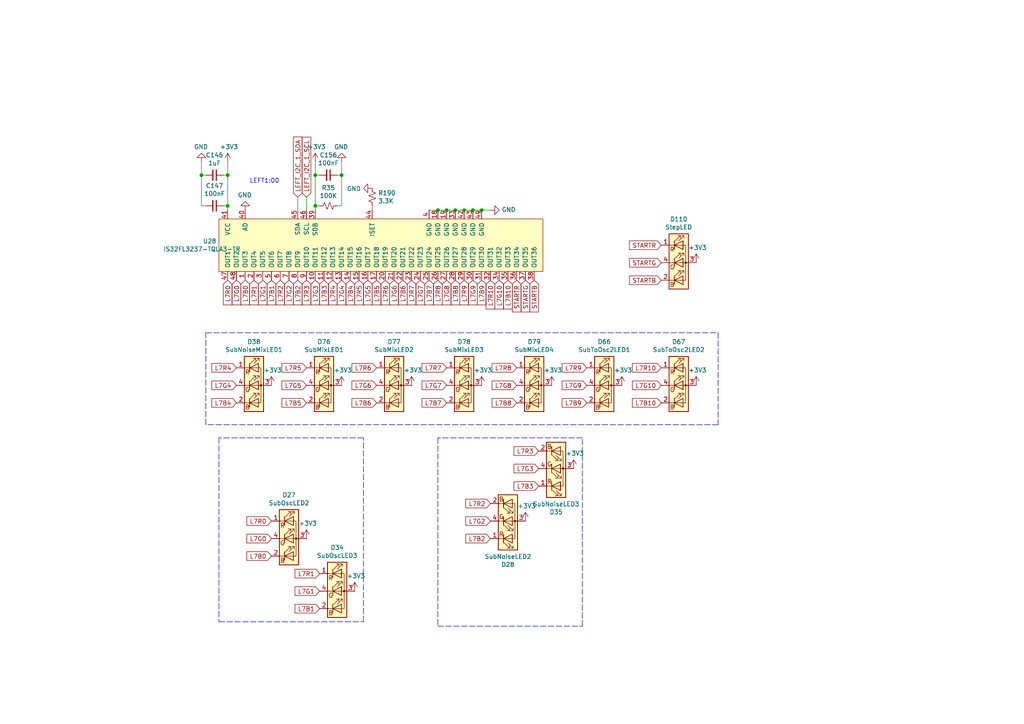
<source format=kicad_sch>
(kicad_sch (version 20210621) (generator eeschema)
  (paper "A4")
  (lib_symbols
    (symbol "Device:C_Small" (pin_numbers hide) (pin_names (offset 0.254) hide)
      (property "Reference" "C" (at 0.254 1.778 0))
      (property "Value" "C_Small" (at 0.254 -2.032 0))
      (symbol "C_Small_0_1"
        (polyline (pts (xy -1.524 -0.508) (xy 1.524 -0.508)) (stroke (width 0.3302)))
        (polyline (pts (xy -1.524 0.508) (xy 1.524 0.508)) (stroke (width 0.3048)))
      )
      (symbol "C_Small_1_1"
        (pin passive line (at 0 2.54 270) (length 2.032) (name "~") (number "1"))
        (pin passive line (at 0 -2.54 90) (length 2.032) (name "~") (number "2"))
      )
    )
    (symbol "Device:R_Small_US" (pin_numbers hide) (pin_names (offset 0.254) hide)
      (property "Reference" "R" (at 0.762 0.508 0))
      (property "Value" "R_Small_US" (at 0.762 -1.016 0))
      (symbol "R_Small_US_1_1"
        (polyline (pts (xy 0 0) (xy 1.016 -0.381) (xy 0 -0.762) (xy -1.016 -1.143) (xy 0 -1.524)))
        (polyline (pts (xy 0 1.524) (xy 1.016 1.143) (xy 0 0.762) (xy -1.016 0.381) (xy 0 0)))
        (pin passive line (at 0 2.54 270) (length 1.016) (name "~") (number "1"))
        (pin passive line (at 0 -2.54 90) (length 1.016) (name "~") (number "2"))
      )
    )
    (symbol "IS32FL3237:IS32FL3237-TQLA3-TR" (pin_names (offset 1.016))
      (property "Reference" "U" (at 0 0 0))
      (property "Value" "IS32FL3237-TQLA3-TR" (at 0 0 0))
      (symbol "IS32FL3237-TQLA3-TR_0_1"
        (rectangle (start -7.62 -2.54) (end 7.62 -96.52) (fill (type background)))
      )
      (symbol "IS32FL3237-TQLA3-TR_1_1"
        (pin output line (at 10.16 -10.16 180) (length 2.54) (name "OUT3") (number "1"))
        (pin output line (at 10.16 -30.48 180) (length 2.54) (name "OUT11") (number "10"))
        (pin output line (at 10.16 -33.02 180) (length 2.54) (name "OUT12") (number "11"))
        (pin output line (at 10.16 -35.56 180) (length 2.54) (name "OUT13") (number "12"))
        (pin output line (at 10.16 -38.1 180) (length 2.54) (name "OUT14") (number "13"))
        (pin output line (at 10.16 -40.64 180) (length 2.54) (name "OUT15") (number "14"))
        (pin output line (at 10.16 -43.18 180) (length 2.54) (name "OUT16") (number "15"))
        (pin output line (at 10.16 -45.72 180) (length 2.54) (name "OUT17") (number "16"))
        (pin output line (at 10.16 -48.26 180) (length 2.54) (name "OUT18") (number "17"))
        (pin power_in line (at -10.16 -66.04 0) (length 2.54) (name "GND") (number "18"))
        (pin power_in line (at -10.16 -68.58 0) (length 2.54) (name "GND") (number "19"))
        (pin output line (at 10.16 -12.7 180) (length 2.54) (name "OUT4") (number "2"))
        (pin output line (at 10.16 -50.8 180) (length 2.54) (name "OUT19") (number "20"))
        (pin output line (at 10.16 -53.34 180) (length 2.54) (name "OUT20") (number "21"))
        (pin output line (at 10.16 -55.88 180) (length 2.54) (name "OUT21") (number "22"))
        (pin output line (at 10.16 -58.42 180) (length 2.54) (name "OUT22") (number "23"))
        (pin output line (at 10.16 -60.96 180) (length 2.54) (name "OUT23") (number "24"))
        (pin output line (at 10.16 -63.5 180) (length 2.54) (name "OUT24") (number "25"))
        (pin output line (at 10.16 -66.04 180) (length 2.54) (name "OUT25") (number "26"))
        (pin output line (at 10.16 -68.58 180) (length 2.54) (name "OUT26") (number "27"))
        (pin output line (at 10.16 -71.12 180) (length 2.54) (name "OUT27") (number "28"))
        (pin output line (at 10.16 -73.66 180) (length 2.54) (name "OUT28") (number "29"))
        (pin output line (at 10.16 -15.24 180) (length 2.54) (name "OUT5") (number "3"))
        (pin output line (at 10.16 -76.2 180) (length 2.54) (name "OUT29") (number "30"))
        (pin output line (at 10.16 -78.74 180) (length 2.54) (name "OUT30") (number "31"))
        (pin output line (at 10.16 -81.28 180) (length 2.54) (name "OUT31") (number "32"))
        (pin power_in line (at -10.16 -71.12 0) (length 2.54) (name "GND") (number "33"))
        (pin output line (at 10.16 -83.82 180) (length 2.54) (name "OUT32") (number "34"))
        (pin output line (at 10.16 -86.36 180) (length 2.54) (name "OUT33") (number "35"))
        (pin output line (at 10.16 -88.9 180) (length 2.54) (name "OUT34") (number "36"))
        (pin output line (at 10.16 -91.44 180) (length 2.54) (name "OUT35") (number "37"))
        (pin output line (at 10.16 -93.98 180) (length 2.54) (name "OUT36") (number "38"))
        (pin input line (at -10.16 -30.48 0) (length 2.54) (name "SDB") (number "39"))
        (pin power_in line (at -10.16 -63.5 0) (length 2.54) (name "GND") (number "4"))
        (pin input line (at -10.16 -10.16 0) (length 2.54) (name "AD") (number "40"))
        (pin power_in line (at -10.16 -5.08 0) (length 2.54) (name "VCC") (number "41"))
        (pin power_in line (at -10.16 -73.66 0) (length 2.54) (name "GND") (number "42"))
        (pin power_in line (at -10.16 -76.2 0) (length 2.54) (name "GND") (number "43"))
        (pin input line (at -10.16 -46.99 0) (length 2.54) (name "ISET") (number "44"))
        (pin input line (at -10.16 -25.4 0) (length 2.54) (name "SDA") (number "45"))
        (pin input line (at -10.16 -27.94 0) (length 2.54) (name "SCL") (number "46"))
        (pin output line (at 10.16 -5.08 180) (length 2.54) (name "OUT1") (number "47"))
        (pin output line (at 10.16 -7.62 180) (length 2.54) (name "OUT2") (number "48"))
        (pin power_in line (at -10.16 -78.74 0) (length 2.54) (name "GND") (number "49"))
        (pin output line (at 10.16 -17.78 180) (length 2.54) (name "OUT6") (number "5"))
        (pin output line (at 10.16 -20.32 180) (length 2.54) (name "OUT7") (number "6"))
        (pin output line (at 10.16 -22.86 180) (length 2.54) (name "OUT8") (number "7"))
        (pin output line (at 10.16 -25.4 180) (length 2.54) (name "OUT9") (number "8"))
        (pin output line (at 10.16 -27.94 180) (length 2.54) (name "OUT10") (number "9"))
      )
    )
    (symbol "fm-b2020rgba-hg:FM-B2020RGBA-HG" (pin_names (offset 0) hide)
      (property "Reference" "D" (at 0 9.398 0))
      (property "Value" "FM-B2020RGBA-HG" (at 0 -8.89 0))
      (symbol "FM-B2020RGBA-HG_0_0"
        (text "B" (at -1.905 -6.35 0) (effects (font (size 1.27 1.27))))
        (text "G" (at -1.905 -1.27 0) (effects (font (size 1.27 1.27))))
        (text "R" (at -1.905 3.81 0) (effects (font (size 1.27 1.27))))
      )
      (symbol "FM-B2020RGBA-HG_0_1"
        (circle (center 2.032 0) (radius 0.254) (fill (type outline)))
        (rectangle (start 1.27 -1.27) (end 1.27 1.27))
        (rectangle (start 1.27 1.27) (end 1.27 1.27))
        (rectangle (start 1.27 3.81) (end 1.27 6.35))
        (rectangle (start 1.27 6.35) (end 1.27 6.35))
        (rectangle (start 2.794 8.382) (end -2.794 -7.62) (stroke (width 0.254)) (fill (type background)))
        (polyline (pts (xy -1.27 -5.08) (xy -2.54 -5.08)))
        (polyline (pts (xy -1.27 -5.08) (xy 1.27 -5.08)))
        (polyline (pts (xy -1.27 -3.81) (xy -1.27 -6.35)))
        (polyline (pts (xy -1.27 -3.81) (xy -1.27 -6.35)) (stroke (width 0.2032)))
        (polyline (pts (xy -1.27 0) (xy -2.54 0)))
        (polyline (pts (xy -1.27 0) (xy 1.27 0)))
        (polyline (pts (xy -1.27 1.27) (xy -1.27 -1.27)) (stroke (width 0.2032)))
        (polyline (pts (xy -1.27 5.08) (xy -2.54 5.08)))
        (polyline (pts (xy -1.27 6.35) (xy -1.27 3.81)) (stroke (width 0.2032)))
        (polyline (pts (xy 1.27 0) (xy 2.54 0)))
        (polyline (pts (xy 1.27 5.08) (xy -1.27 5.08)))
        (polyline (pts (xy -1.27 1.27) (xy -1.27 -1.27) (xy -1.27 -1.27)))
        (polyline (pts (xy -1.27 6.35) (xy -1.27 3.81) (xy -1.27 3.81)))
        (polyline (pts (xy 1.27 -5.08) (xy 2.032 -5.08) (xy 2.032 5.08) (xy 1.27 5.08)))
        (polyline (pts (xy 1.27 -3.81) (xy 1.27 -6.35) (xy -1.27 -5.08) (xy 1.27 -3.81)) (stroke (width 0.2032)))
        (polyline (pts (xy 1.27 1.27) (xy 1.27 -1.27) (xy -1.27 0) (xy 1.27 1.27)) (stroke (width 0.2032)))
        (polyline (pts (xy 1.27 6.35) (xy 1.27 3.81) (xy -1.27 5.08) (xy 1.27 6.35)) (stroke (width 0.2032)))
        (polyline (pts (xy -1.016 -3.81) (xy 0.508 -2.286) (xy -0.254 -2.286) (xy 0.508 -2.286) (xy 0.508 -3.048)))
        (polyline (pts (xy -1.016 1.27) (xy 0.508 2.794) (xy -0.254 2.794) (xy 0.508 2.794) (xy 0.508 2.032)))
        (polyline (pts (xy -1.016 6.35) (xy 0.508 7.874) (xy -0.254 7.874) (xy 0.508 7.874) (xy 0.508 7.112)))
        (polyline (pts (xy 0 -3.81) (xy 1.524 -2.286) (xy 0.762 -2.286) (xy 1.524 -2.286) (xy 1.524 -3.048)))
        (polyline (pts (xy 0 1.27) (xy 1.524 2.794) (xy 0.762 2.794) (xy 1.524 2.794) (xy 1.524 2.032)))
        (polyline (pts (xy 0 6.35) (xy 1.524 7.874) (xy 0.762 7.874) (xy 1.524 7.874) (xy 1.524 7.112)))
      )
      (symbol "FM-B2020RGBA-HG_1_1"
        (pin passive line (at -5.08 5.08 0) (length 2.54) (name "R-") (number "1"))
        (pin passive line (at -5.08 -5.08 0) (length 2.54) (name "B-") (number "2"))
        (pin passive line (at 5.08 0 180) (length 2.54) (name "+") (number "3"))
        (pin passive line (at -5.08 0 0) (length 2.54) (name "G-") (number "4"))
      )
    )
    (symbol "power:+3.3V" (power) (pin_names (offset 0))
      (property "Value" "+3.3V" (at 0 3.556 0))
      (symbol "+3.3V_0_1"
        (polyline (pts (xy -0.762 1.27) (xy 0 2.54)))
        (polyline (pts (xy 0 0) (xy 0 2.54)))
        (polyline (pts (xy 0 2.54) (xy 0.762 1.27)))
      )
      (symbol "+3.3V_1_1"
        (pin power_in line (at 0 0 90) (length 0) hide (name "+3V3") (number "1"))
      )
    )
    (symbol "power:GND" (power) (pin_names (offset 0))
      (property "Value" "GND" (at 0 -3.81 0))
      (symbol "GND_0_1"
        (polyline (pts (xy 0 0) (xy 0 -1.27) (xy 1.27 -1.27) (xy 0 -2.54) (xy -1.27 -1.27) (xy 0 -1.27)))
      )
      (symbol "GND_1_1"
        (pin power_in line (at 0 0 270) (length 0) hide (name "GND") (number "1"))
      )
    )
  )
  (junction (at 58.42 50.8))
  (junction (at 66.04 50.8))
  (junction (at 66.04 59.69))
  (junction (at 91.44 50.8))
  (junction (at 91.44 59.69))
  (junction (at 99.06 50.8))
  (junction (at 127 60.96))
  (junction (at 129.54 60.96))
  (junction (at 132.08 60.96))
  (junction (at 134.62 60.96))
  (junction (at 137.16 60.96))
  (junction (at 139.7 60.96))
  (wire (pts (xy 58.42 46.99) (xy 58.42 50.8)))
  (wire (pts (xy 58.42 50.8) (xy 58.42 59.69)))
  (wire (pts (xy 58.42 59.69) (xy 59.69 59.69)))
  (wire (pts (xy 59.69 50.8) (xy 58.42 50.8)))
  (wire (pts (xy 64.77 50.8) (xy 66.04 50.8)))
  (wire (pts (xy 64.77 59.69) (xy 66.04 59.69)))
  (wire (pts (xy 66.04 46.99) (xy 66.04 50.8)))
  (wire (pts (xy 66.04 50.8) (xy 66.04 59.69)))
  (wire (pts (xy 66.04 59.69) (xy 66.04 60.96)))
  (wire (pts (xy 86.36 57.15) (xy 86.36 60.96)))
  (wire (pts (xy 88.9 57.15) (xy 88.9 60.96)))
  (wire (pts (xy 91.44 46.99) (xy 91.44 50.8)))
  (wire (pts (xy 91.44 50.8) (xy 91.44 59.69)))
  (wire (pts (xy 91.44 59.69) (xy 91.44 60.96)))
  (wire (pts (xy 92.71 50.8) (xy 91.44 50.8)))
  (wire (pts (xy 92.71 59.69) (xy 91.44 59.69)))
  (wire (pts (xy 97.79 50.8) (xy 99.06 50.8)))
  (wire (pts (xy 99.06 46.99) (xy 99.06 50.8)))
  (wire (pts (xy 99.06 50.8) (xy 99.06 59.69)))
  (wire (pts (xy 99.06 59.69) (xy 97.79 59.69)))
  (wire (pts (xy 107.95 59.69) (xy 107.95 60.96)))
  (wire (pts (xy 127 60.96) (xy 124.46 60.96)))
  (wire (pts (xy 129.54 60.96) (xy 127 60.96)))
  (wire (pts (xy 132.08 60.96) (xy 129.54 60.96)))
  (wire (pts (xy 134.62 60.96) (xy 132.08 60.96)))
  (wire (pts (xy 137.16 60.96) (xy 134.62 60.96)))
  (wire (pts (xy 139.7 60.96) (xy 137.16 60.96)))
  (wire (pts (xy 142.24 60.96) (xy 139.7 60.96)))
  (polyline (pts (xy 59.69 96.52) (xy 208.28 96.52)))
  (polyline (pts (xy 59.69 123.19) (xy 59.69 96.52)))
  (polyline (pts (xy 63.5 127) (xy 63.5 180.34)))
  (polyline (pts (xy 63.5 180.34) (xy 105.41 180.34)))
  (polyline (pts (xy 105.41 127) (xy 63.5 127)))
  (polyline (pts (xy 105.41 180.34) (xy 105.41 127)))
  (polyline (pts (xy 127 127) (xy 127 181.61)))
  (polyline (pts (xy 127 181.61) (xy 168.91 181.61)))
  (polyline (pts (xy 168.91 127) (xy 127 127)))
  (polyline (pts (xy 168.91 181.61) (xy 168.91 127)))
  (polyline (pts (xy 208.28 96.52) (xy 208.28 123.19)))
  (polyline (pts (xy 208.28 123.19) (xy 59.69 123.19)))
  (text "LEFT1:00" (at 72.39 53.34 0) (effects (font (size 1.27 1.27)) (justify left bottom)))
  (global_label "L7R0" (shape input) (at 66.04 81.28 270) (property "Intersheet References" "${INTERSHEET_REFS}" (effects hide)))
  (global_label "L7G0" (shape input) (at 68.58 81.28 270) (property "Intersheet References" "${INTERSHEET_REFS}" (effects hide)))
  (global_label "L7R4" (shape input) (at 68.58 106.68 180) (property "Intersheet References" "${INTERSHEET_REFS}" (effects hide)))
  (global_label "L7G4" (shape input) (at 68.58 111.76 180) (property "Intersheet References" "${INTERSHEET_REFS}" (effects hide)))
  (global_label "L7B4" (shape input) (at 68.58 116.84 180) (property "Intersheet References" "${INTERSHEET_REFS}" (effects hide)))
  (global_label "L7B0" (shape input) (at 71.12 81.28 270) (property "Intersheet References" "${INTERSHEET_REFS}" (effects hide)))
  (global_label "L7R1" (shape input) (at 73.66 81.28 270) (property "Intersheet References" "${INTERSHEET_REFS}" (effects hide)))
  (global_label "L7G1" (shape input) (at 76.2 81.28 270) (property "Intersheet References" "${INTERSHEET_REFS}" (effects hide)))
  (global_label "L7B1" (shape input) (at 78.74 81.28 270) (property "Intersheet References" "${INTERSHEET_REFS}" (effects hide)))
  (global_label "L7R0" (shape input) (at 78.74 151.13 180) (property "Intersheet References" "${INTERSHEET_REFS}" (effects hide)))
  (global_label "L7G0" (shape input) (at 78.74 156.21 180) (property "Intersheet References" "${INTERSHEET_REFS}" (effects hide)))
  (global_label "L7B0" (shape input) (at 78.74 161.29 180) (property "Intersheet References" "${INTERSHEET_REFS}" (effects hide)))
  (global_label "L7R2" (shape input) (at 81.28 81.28 270) (property "Intersheet References" "${INTERSHEET_REFS}" (effects hide)))
  (global_label "L7G2" (shape input) (at 83.82 81.28 270) (property "Intersheet References" "${INTERSHEET_REFS}" (effects hide)))
  (global_label "LEFT_I2C_1_SDA" (shape input) (at 86.36 57.15 90) (property "Intersheet References" "${INTERSHEET_REFS}" (effects hide)))
  (global_label "L7B2" (shape input) (at 86.36 81.28 270) (property "Intersheet References" "${INTERSHEET_REFS}" (effects hide)))
  (global_label "LEFT_I2C_1_SCL" (shape input) (at 88.9 57.15 90) (property "Intersheet References" "${INTERSHEET_REFS}" (effects hide)))
  (global_label "L7R3" (shape input) (at 88.9 81.28 270) (property "Intersheet References" "${INTERSHEET_REFS}" (effects hide)))
  (global_label "L7R5" (shape input) (at 88.9 106.68 180) (property "Intersheet References" "${INTERSHEET_REFS}" (effects hide)))
  (global_label "L7G5" (shape input) (at 88.9 111.76 180) (property "Intersheet References" "${INTERSHEET_REFS}" (effects hide)))
  (global_label "L7B5" (shape input) (at 88.9 116.84 180) (property "Intersheet References" "${INTERSHEET_REFS}" (effects hide)))
  (global_label "L7G3" (shape input) (at 91.44 81.28 270) (property "Intersheet References" "${INTERSHEET_REFS}" (effects hide)))
  (global_label "L7R1" (shape input) (at 92.71 166.37 180) (property "Intersheet References" "${INTERSHEET_REFS}" (effects hide)))
  (global_label "L7G1" (shape input) (at 92.71 171.45 180) (property "Intersheet References" "${INTERSHEET_REFS}" (effects hide)))
  (global_label "L7B1" (shape input) (at 92.71 176.53 180) (property "Intersheet References" "${INTERSHEET_REFS}" (effects hide)))
  (global_label "L7B3" (shape input) (at 93.98 81.28 270) (property "Intersheet References" "${INTERSHEET_REFS}" (effects hide)))
  (global_label "L7R4" (shape input) (at 96.52 81.28 270) (property "Intersheet References" "${INTERSHEET_REFS}" (effects hide)))
  (global_label "L7G4" (shape input) (at 99.06 81.28 270) (property "Intersheet References" "${INTERSHEET_REFS}" (effects hide)))
  (global_label "L7B4" (shape input) (at 101.6 81.28 270) (property "Intersheet References" "${INTERSHEET_REFS}" (effects hide)))
  (global_label "L7R5" (shape input) (at 104.14 81.28 270) (property "Intersheet References" "${INTERSHEET_REFS}" (effects hide)))
  (global_label "L7G5" (shape input) (at 106.68 81.28 270) (property "Intersheet References" "${INTERSHEET_REFS}" (effects hide)))
  (global_label "L7B5" (shape input) (at 109.22 81.28 270) (property "Intersheet References" "${INTERSHEET_REFS}" (effects hide)))
  (global_label "L7R6" (shape input) (at 109.22 106.68 180) (property "Intersheet References" "${INTERSHEET_REFS}" (effects hide)))
  (global_label "L7G6" (shape input) (at 109.22 111.76 180) (property "Intersheet References" "${INTERSHEET_REFS}" (effects hide)))
  (global_label "L7B6" (shape input) (at 109.22 116.84 180) (property "Intersheet References" "${INTERSHEET_REFS}" (effects hide)))
  (global_label "L7R6" (shape input) (at 111.76 81.28 270) (property "Intersheet References" "${INTERSHEET_REFS}" (effects hide)))
  (global_label "L7G6" (shape input) (at 114.3 81.28 270) (property "Intersheet References" "${INTERSHEET_REFS}" (effects hide)))
  (global_label "L7B6" (shape input) (at 116.84 81.28 270) (property "Intersheet References" "${INTERSHEET_REFS}" (effects hide)))
  (global_label "L7R7" (shape input) (at 119.38 81.28 270) (property "Intersheet References" "${INTERSHEET_REFS}" (effects hide)))
  (global_label "L7G7" (shape input) (at 121.92 81.28 270) (property "Intersheet References" "${INTERSHEET_REFS}" (effects hide)))
  (global_label "L7B7" (shape input) (at 124.46 81.28 270) (property "Intersheet References" "${INTERSHEET_REFS}" (effects hide)))
  (global_label "L7R8" (shape input) (at 127 81.28 270) (property "Intersheet References" "${INTERSHEET_REFS}" (effects hide)))
  (global_label "L7G8" (shape input) (at 129.54 81.28 270) (property "Intersheet References" "${INTERSHEET_REFS}" (effects hide)))
  (global_label "L7R7" (shape input) (at 129.54 106.68 180) (property "Intersheet References" "${INTERSHEET_REFS}" (effects hide)))
  (global_label "L7G7" (shape input) (at 129.54 111.76 180) (property "Intersheet References" "${INTERSHEET_REFS}" (effects hide)))
  (global_label "L7B7" (shape input) (at 129.54 116.84 180) (property "Intersheet References" "${INTERSHEET_REFS}" (effects hide)))
  (global_label "L7B8" (shape input) (at 132.08 81.28 270) (property "Intersheet References" "${INTERSHEET_REFS}" (effects hide)))
  (global_label "L7R9" (shape input) (at 134.62 81.28 270) (property "Intersheet References" "${INTERSHEET_REFS}" (effects hide)))
  (global_label "L7G9" (shape input) (at 137.16 81.28 270) (property "Intersheet References" "${INTERSHEET_REFS}" (effects hide)))
  (global_label "L7B9" (shape input) (at 139.7 81.28 270) (property "Intersheet References" "${INTERSHEET_REFS}" (effects hide)))
  (global_label "L7R10" (shape input) (at 142.24 81.28 270) (property "Intersheet References" "${INTERSHEET_REFS}" (effects hide)))
  (global_label "L7R2" (shape input) (at 142.24 146.05 180) (property "Intersheet References" "${INTERSHEET_REFS}" (effects hide)))
  (global_label "L7G2" (shape input) (at 142.24 151.13 180) (property "Intersheet References" "${INTERSHEET_REFS}" (effects hide)))
  (global_label "L7B2" (shape input) (at 142.24 156.21 180) (property "Intersheet References" "${INTERSHEET_REFS}" (effects hide)))
  (global_label "L7G10" (shape input) (at 144.78 81.28 270) (property "Intersheet References" "${INTERSHEET_REFS}" (effects hide)))
  (global_label "L7B10" (shape input) (at 147.32 81.28 270) (property "Intersheet References" "${INTERSHEET_REFS}" (effects hide)))
  (global_label "STARTR" (shape input) (at 149.86 81.28 270) (property "Intersheet References" "${INTERSHEET_REFS}" (effects hide)))
  (global_label "L7R8" (shape input) (at 149.86 106.68 180) (property "Intersheet References" "${INTERSHEET_REFS}" (effects hide)))
  (global_label "L7G8" (shape input) (at 149.86 111.76 180) (property "Intersheet References" "${INTERSHEET_REFS}" (effects hide)))
  (global_label "L7B8" (shape input) (at 149.86 116.84 180) (property "Intersheet References" "${INTERSHEET_REFS}" (effects hide)))
  (global_label "STARTG" (shape input) (at 152.4 81.28 270) (property "Intersheet References" "${INTERSHEET_REFS}" (effects hide)))
  (global_label "STARTB" (shape input) (at 154.94 81.28 270) (property "Intersheet References" "${INTERSHEET_REFS}" (effects hide)))
  (global_label "L7R3" (shape input) (at 156.21 130.81 180) (property "Intersheet References" "${INTERSHEET_REFS}" (effects hide)))
  (global_label "L7G3" (shape input) (at 156.21 135.89 180) (property "Intersheet References" "${INTERSHEET_REFS}" (effects hide)))
  (global_label "L7B3" (shape input) (at 156.21 140.97 180) (property "Intersheet References" "${INTERSHEET_REFS}" (effects hide)))
  (global_label "L7R9" (shape input) (at 170.18 106.68 180) (property "Intersheet References" "${INTERSHEET_REFS}" (effects hide)))
  (global_label "L7G9" (shape input) (at 170.18 111.76 180) (property "Intersheet References" "${INTERSHEET_REFS}" (effects hide)))
  (global_label "L7B9" (shape input) (at 170.18 116.84 180) (property "Intersheet References" "${INTERSHEET_REFS}" (effects hide)))
  (global_label "STARTR" (shape input) (at 191.77 71.12 180) (property "Intersheet References" "${INTERSHEET_REFS}" (effects hide)))
  (global_label "STARTG" (shape input) (at 191.77 76.2 180) (property "Intersheet References" "${INTERSHEET_REFS}" (effects hide)))
  (global_label "STARTB" (shape input) (at 191.77 81.28 180) (property "Intersheet References" "${INTERSHEET_REFS}" (effects hide)))
  (global_label "L7R10" (shape input) (at 191.77 106.68 180) (property "Intersheet References" "${INTERSHEET_REFS}" (effects hide)))
  (global_label "L7G10" (shape input) (at 191.77 111.76 180) (property "Intersheet References" "${INTERSHEET_REFS}" (effects hide)))
  (global_label "L7B10" (shape input) (at 191.77 116.84 180) (property "Intersheet References" "${INTERSHEET_REFS}" (effects hide)))
  (symbol (lib_id "power:+3.3V") (at 66.04 46.99 0) (unit 1)
    (property "Reference" "#PWR076" (effects hide))
    (property "Value" "+3.3V" (at 66.421 42.5958 0))
  )
  (symbol (lib_id "power:+3.3V") (at 78.74 111.76 0) (unit 1)
    (property "Reference" "#PWR0750" (effects hide))
    (property "Value" "+3.3V" (at 79.121 107.3658 0))
  )
  (symbol (lib_id "power:+3.3V") (at 88.9 156.21 0) (unit 1)
    (property "Reference" "#PWR0746" (effects hide))
    (property "Value" "+3.3V" (at 89.281 151.8158 0))
  )
  (symbol (lib_id "power:+3.3V") (at 91.44 46.99 0) (unit 1)
    (property "Reference" "#PWR0333" (effects hide))
    (property "Value" "+3.3V" (at 91.821 42.5958 0))
  )
  (symbol (lib_id "power:+3.3V") (at 99.06 111.76 0) (unit 1)
    (property "Reference" "#PWR0751" (effects hide))
    (property "Value" "+3.3V" (at 99.441 107.3658 0))
  )
  (symbol (lib_id "power:+3.3V") (at 102.87 171.45 0) (unit 1)
    (property "Reference" "#PWR0747" (effects hide))
    (property "Value" "+3.3V" (at 103.251 167.0558 0))
  )
  (symbol (lib_id "power:+3.3V") (at 119.38 111.76 0) (unit 1)
    (property "Reference" "#PWR0752" (effects hide))
    (property "Value" "+3.3V" (at 119.761 107.3658 0))
  )
  (symbol (lib_id "power:+3.3V") (at 139.7 111.76 0) (unit 1)
    (property "Reference" "#PWR0753" (effects hide))
    (property "Value" "+3.3V" (at 140.081 107.3658 0))
  )
  (symbol (lib_id "power:+3.3V") (at 152.4 151.13 0) (unit 1)
    (property "Reference" "#PWR0749" (effects hide))
    (property "Value" "+3.3V" (at 152.781 146.7358 0))
  )
  (symbol (lib_id "power:+3.3V") (at 160.02 111.76 0) (unit 1)
    (property "Reference" "#PWR0754" (effects hide))
    (property "Value" "+3.3V" (at 160.401 107.3658 0))
  )
  (symbol (lib_id "power:+3.3V") (at 166.37 135.89 0) (unit 1)
    (property "Reference" "#PWR0748" (effects hide))
    (property "Value" "+3.3V" (at 166.751 131.4958 0))
  )
  (symbol (lib_id "power:+3.3V") (at 180.34 111.76 0) (unit 1)
    (property "Reference" "#PWR0755" (effects hide))
    (property "Value" "+3.3V" (at 180.721 107.3658 0))
  )
  (symbol (lib_id "power:+3.3V") (at 201.93 76.2 0) (unit 1)
    (property "Reference" "#PWR0604" (effects hide))
    (property "Value" "+3.3V" (at 202.311 71.8058 0))
  )
  (symbol (lib_id "power:+3.3V") (at 201.93 111.76 0) (unit 1)
    (property "Reference" "#PWR0756" (effects hide))
    (property "Value" "+3.3V" (at 202.311 107.3658 0))
  )
  (symbol (lib_id "power:GND") (at 58.42 46.99 180) (unit 1)
    (property "Reference" "#PWR070" (effects hide))
    (property "Value" "GND" (at 58.293 42.5958 0))
  )
  (symbol (lib_id "power:GND") (at 71.12 60.96 180) (unit 1)
    (property "Reference" "#PWR0661" (effects hide))
    (property "Value" "GND" (at 70.993 56.5658 0))
  )
  (symbol (lib_id "power:GND") (at 99.06 46.99 180) (unit 1)
    (property "Reference" "#PWR0358" (effects hide))
    (property "Value" "GND" (at 98.933 42.5958 0))
  )
  (symbol (lib_id "power:GND") (at 107.95 54.61 270) (unit 1)
    (property "Reference" "#PWR0389" (effects hide))
    (property "Value" "GND" (at 104.6988 54.737 90) (effects (justify right)))
  )
  (symbol (lib_id "power:GND") (at 142.24 60.96 90) (unit 1)
    (property "Reference" "#PWR0397" (effects hide))
    (property "Value" "GND" (at 145.4912 60.833 90) (effects (justify right)))
  )
  (symbol (lib_id "Device:R_Small_US") (at 95.25 59.69 270) (unit 1)
    (property "Reference" "R35" (at 95.25 54.483 90))
    (property "Value" "100K" (at 95.25 56.7944 90))
    (property "Footprint" "Resistor_SMD:R_0402_1005Metric" (effects hide))
    (property "LCSC" " C25741" (effects hide))
  )
  (symbol (lib_id "Device:R_Small_US") (at 107.95 57.15 0) (unit 1)
    (property "Reference" "R190" (at 109.6772 55.9816 0) (effects (justify left)))
    (property "Value" "3.3K" (at 109.6772 58.293 0) (effects (justify left)))
    (property "Footprint" "Resistor_SMD:R_0402_1005Metric" (effects hide))
    (property "LCSC" "C25890" (effects hide))
  )
  (symbol (lib_id "Device:C_Small") (at 62.23 50.8 270) (unit 1)
    (property "Reference" "C146" (at 62.23 44.9834 90))
    (property "Value" "1uF" (at 62.23 47.2948 90))
    (property "Footprint" "Capacitor_SMD:C_0402_1005Metric" (effects hide))
    (property "LCSC" "C52923" (effects hide))
  )
  (symbol (lib_id "Device:C_Small") (at 62.23 59.69 270) (unit 1)
    (property "Reference" "C147" (at 62.23 53.8734 90))
    (property "Value" "100nF" (at 62.23 56.1848 90))
    (property "Footprint" "Capacitor_SMD:C_0402_1005Metric" (effects hide))
    (property "LCSC" "C1525" (effects hide))
  )
  (symbol (lib_id "Device:C_Small") (at 95.25 50.8 270) (unit 1)
    (property "Reference" "C156" (at 95.25 44.9834 90))
    (property "Value" "100nF" (at 95.25 47.2948 90))
    (property "Footprint" "Capacitor_SMD:C_0402_1005Metric" (effects hide))
    (property "LCSC" "C1525" (effects hide))
  )
  (symbol (lib_id "fm-b2020rgba-hg:FM-B2020RGBA-HG") (at 73.66 111.76 0) (unit 1)
    (property "Reference" "D38" (at 73.66 99.1362 0))
    (property "Value" "SubNoiseMixLED1" (at 73.66 101.4476 0))
    (property "Footprint" "fm-b2020rgba-hg:FM-B2020RGBA-HG" (effects hide))
    (property "LCSC" "C108793" (effects hide))
  )
  (symbol (lib_id "fm-b2020rgba-hg:FM-B2020RGBA-HG") (at 83.82 156.21 0) (unit 1)
    (property "Reference" "D27" (at 83.82 143.5862 0))
    (property "Value" "SubOscLED2" (at 83.82 145.8976 0))
    (property "Footprint" "fm-b2020rgba-hg:FM-B2020RGBA-HG" (effects hide))
    (property "LCSC" "C108793" (effects hide))
  )
  (symbol (lib_id "fm-b2020rgba-hg:FM-B2020RGBA-HG") (at 93.98 111.76 0) (unit 1)
    (property "Reference" "D76" (at 93.98 99.1362 0))
    (property "Value" "SubMixLED1" (at 93.98 101.4476 0))
    (property "Footprint" "fm-b2020rgba-hg:FM-B2020RGBA-HG" (effects hide))
    (property "LCSC" "C108793" (effects hide))
  )
  (symbol (lib_id "fm-b2020rgba-hg:FM-B2020RGBA-HG") (at 97.79 171.45 0) (unit 1)
    (property "Reference" "D34" (at 97.79 158.8262 0))
    (property "Value" "SubOscLED3" (at 97.79 161.1376 0))
    (property "Footprint" "fm-b2020rgba-hg:FM-B2020RGBA-HG" (effects hide))
    (property "LCSC" "C108793" (effects hide))
  )
  (symbol (lib_id "fm-b2020rgba-hg:FM-B2020RGBA-HG") (at 114.3 111.76 0) (unit 1)
    (property "Reference" "D77" (at 114.3 99.1362 0))
    (property "Value" "SubMixLED2" (at 114.3 101.4476 0))
    (property "Footprint" "fm-b2020rgba-hg:FM-B2020RGBA-HG" (effects hide))
    (property "LCSC" "C108793" (effects hide))
  )
  (symbol (lib_id "fm-b2020rgba-hg:FM-B2020RGBA-HG") (at 134.62 111.76 0) (unit 1)
    (property "Reference" "D78" (at 134.62 99.1362 0))
    (property "Value" "SubMixLED3" (at 134.62 101.4476 0))
    (property "Footprint" "fm-b2020rgba-hg:FM-B2020RGBA-HG" (effects hide))
    (property "LCSC" "C108793" (effects hide))
  )
  (symbol (lib_id "fm-b2020rgba-hg:FM-B2020RGBA-HG") (at 147.32 151.13 0) (mirror x) (unit 1)
    (property "Reference" "D28" (at 147.32 163.7538 0))
    (property "Value" "SubNoiseLED2" (at 147.32 161.4424 0))
    (property "Footprint" "fm-b2020rgba-hg:FM-B2020RGBA-HG" (effects hide))
    (property "LCSC" "C108793" (effects hide))
  )
  (symbol (lib_id "fm-b2020rgba-hg:FM-B2020RGBA-HG") (at 154.94 111.76 0) (unit 1)
    (property "Reference" "D79" (at 154.94 99.1362 0))
    (property "Value" "SubMixLED4" (at 154.94 101.4476 0))
    (property "Footprint" "fm-b2020rgba-hg:FM-B2020RGBA-HG" (effects hide))
    (property "LCSC" "C108793" (effects hide))
  )
  (symbol (lib_id "fm-b2020rgba-hg:FM-B2020RGBA-HG") (at 161.29 135.89 0) (mirror x) (unit 1)
    (property "Reference" "D35" (at 161.29 148.5138 0))
    (property "Value" "SubNoiseLED3" (at 161.29 146.2024 0))
    (property "Footprint" "fm-b2020rgba-hg:FM-B2020RGBA-HG" (effects hide))
    (property "LCSC" "C108793" (effects hide))
  )
  (symbol (lib_id "fm-b2020rgba-hg:FM-B2020RGBA-HG") (at 175.26 111.76 0) (unit 1)
    (property "Reference" "D66" (at 175.26 99.1362 0))
    (property "Value" "SubToOsc2LED1" (at 175.26 101.4476 0))
    (property "Footprint" "fm-b2020rgba-hg:FM-B2020RGBA-HG" (effects hide))
    (property "LCSC" "C108793" (effects hide))
  )
  (symbol (lib_id "fm-b2020rgba-hg:FM-B2020RGBA-HG") (at 196.85 76.2 0) (unit 1)
    (property "Reference" "D110" (at 196.85 63.5762 0))
    (property "Value" "StepLED" (at 196.85 65.8876 0))
    (property "Footprint" "fm-b2020rgba-hg:FM-B2020RGBA-HG" (effects hide))
    (property "LCSC" "C108793" (effects hide))
  )
  (symbol (lib_id "fm-b2020rgba-hg:FM-B2020RGBA-HG") (at 196.85 111.76 0) (unit 1)
    (property "Reference" "D67" (at 196.85 99.1362 0))
    (property "Value" "SubToOsc2LED2" (at 196.85 101.4476 0))
    (property "Footprint" "fm-b2020rgba-hg:FM-B2020RGBA-HG" (effects hide))
    (property "LCSC" "C108793" (effects hide))
  )
  (symbol (lib_id "IS32FL3237:IS32FL3237-TQLA3-TR") (at 60.96 71.12 90) (mirror x) (unit 1)
    (property "Reference" "U28" (at 62.7888 69.9516 90) (effects (justify left)))
    (property "Value" "IS32FL3237-TQLA3-TR" (at 69.7738 72.263 90) (effects (justify left)))
    (property "Footprint" "Package_QFP:TQFP-48-1EP_7x7mm_P0.5mm_EP5x5mm" (effects hide))
  )
)
</source>
